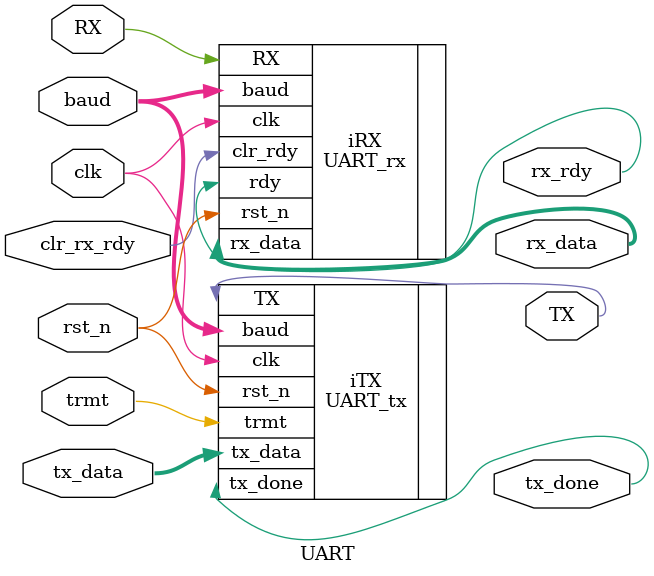
<source format=sv>
module UART(clk,rst_n,RX,TX,rx_rdy,clr_rx_rdy,rx_data,trmt,tx_data,tx_done, baud);

input clk,rst_n;		// clock and active low reset
input RX,trmt;		// strt_tx tells TX section to transmit tx_data
input clr_rx_rdy;		// rx_rdy can be cleared by this or new start bit
input [7:0] tx_data;		// byte to transmit
output TX,rx_rdy,tx_done;	// rx_rdy asserted when byte received,
							// tx_done asserted when tranmission complete
output [7:0] rx_data;		// byte received

input [12:0] baud;

//////////////////////////////
// Instantiate Transmitter //
////////////////////////////
UART_tx iTX(.clk(clk), .rst_n(rst_n), .TX(TX), .trmt(trmt),
        .tx_data(tx_data), .tx_done(tx_done), .baud(baud));
		

///////////////////////////
// Instantiate Receiver //
/////////////////////////
UART_rx iRX(.clk(clk), .rst_n(rst_n), .RX(RX), .rdy(rx_rdy),
            .clr_rdy(clr_rx_rdy), .rx_data(rx_data), .baud(baud));

endmodule

</source>
